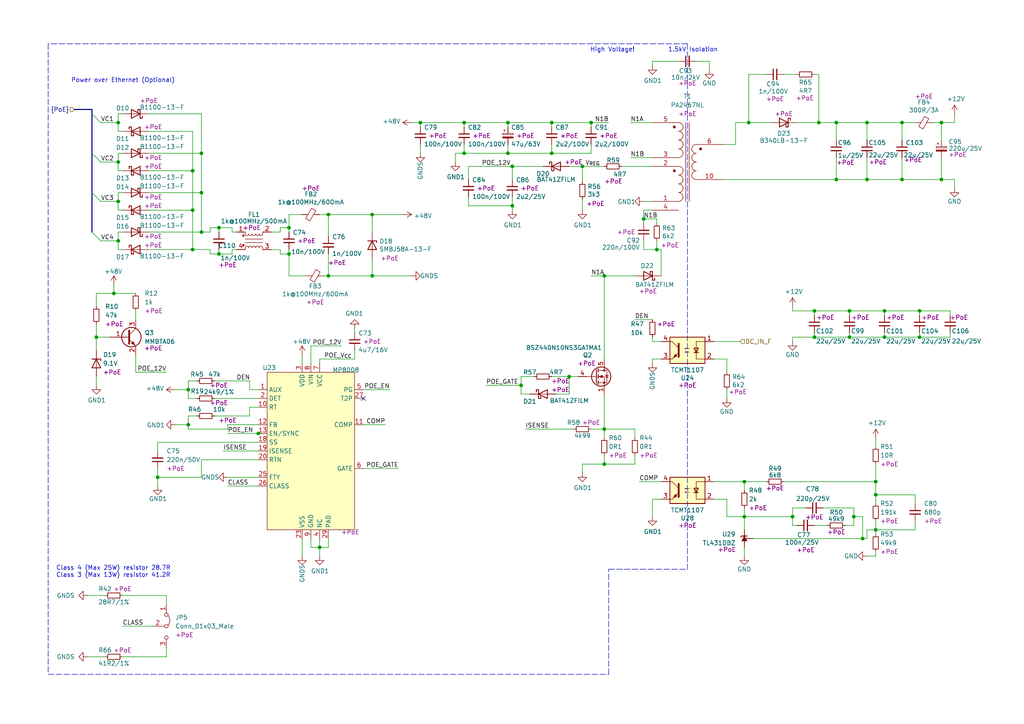
<source format=kicad_sch>
(kicad_sch (version 20211123) (generator eeschema)
  (paper "A4")
  (title_block (title "Power over Ethernet") (date "2022-01-10") (rev "1.1") (company "Nabu Casa") (comment 1 "www.nabucasa.com") (comment 2 "Yellow"))
  (junction (at 215.9 149.86) (diameter 0.9144))
  (junction (at 254 143.51) (diameter 0.9144))
  (junction (at 186.69 63.5))
  (junction (at 83.82 73.66) (diameter 0.9144))
  (junction (at 95.25 62.23) (diameter 0.9144))
  (junction (at 256.54 97.79) (diameter 0.9144))
  (junction (at 134.62 44.45) (diameter 0.9144))
  (junction (at 95.25 80.01) (diameter 0.9144))
  (junction (at 147.32 35.56) (diameter 0.9144))
  (junction (at 160.02 44.45) (diameter 0.9144))
  (junction (at 242.57 52.07) (diameter 0.9144))
  (junction (at 34.29 69.85) (diameter 0.9144))
  (junction (at 237.49 35.56) (diameter 0.9144))
  (junction (at 246.38 97.79) (diameter 0.9144))
  (junction (at 175.26 134.62) (diameter 0.9144))
  (junction (at 175.26 80.01) (diameter 0.9144))
  (junction (at 45.72 138.43) (diameter 0.9144))
  (junction (at 250.19 156.21))
  (junction (at 63.5 73.66) (diameter 0.9144))
  (junction (at 34.29 58.42) (diameter 0.9144))
  (junction (at 168.91 48.26) (diameter 0.9144))
  (junction (at 175.26 124.46) (diameter 0.9144))
  (junction (at 165.1 109.22) (diameter 0.9144))
  (junction (at 55.88 60.96) (diameter 0.9144))
  (junction (at 34.29 35.56) (diameter 0.9144))
  (junction (at 58.42 55.88) (diameter 0.9144))
  (junction (at 58.42 67.31) (diameter 0.9144))
  (junction (at 242.57 35.56) (diameter 0.9144))
  (junction (at 55.88 49.53) (diameter 0.9144))
  (junction (at 217.17 35.56) (diameter 0.9144))
  (junction (at 148.59 48.26) (diameter 0.9144))
  (junction (at 246.38 90.17) (diameter 0.9144))
  (junction (at 54.61 123.19) (diameter 0.9144))
  (junction (at 58.42 44.45) (diameter 0.9144))
  (junction (at 171.45 35.56) (diameter 0.9144))
  (junction (at 273.05 35.56) (diameter 0.9144))
  (junction (at 107.95 62.23) (diameter 0.9144))
  (junction (at 190.5 72.39) (diameter 0.9144))
  (junction (at 266.7 97.79) (diameter 0.9144))
  (junction (at 215.9 139.7) (diameter 0.9144))
  (junction (at 107.95 80.01) (diameter 0.9144))
  (junction (at 54.61 113.03) (diameter 0.9144))
  (junction (at 160.02 35.56) (diameter 0.9144))
  (junction (at 261.62 35.56) (diameter 0.9144))
  (junction (at 134.62 35.56) (diameter 0.9144))
  (junction (at 254 139.7) (diameter 0.9144))
  (junction (at 251.46 35.56) (diameter 0.9144))
  (junction (at 148.59 59.69) (diameter 0.9144))
  (junction (at 256.54 90.17) (diameter 0.9144))
  (junction (at 55.88 72.39) (diameter 0.9144))
  (junction (at 121.92 35.56) (diameter 0.9144))
  (junction (at 254 153.67) (diameter 0.9144))
  (junction (at 236.22 97.79) (diameter 0.9144))
  (junction (at 147.32 44.45) (diameter 0.9144))
  (junction (at 229.87 149.86) (diameter 0.9144))
  (junction (at 251.46 52.07) (diameter 0.9144))
  (junction (at 33.02 85.09) (diameter 0.9144))
  (junction (at 273.05 52.07) (diameter 0.9144))
  (junction (at 92.71 158.75) (diameter 0.9144))
  (junction (at 34.29 46.99) (diameter 0.9144))
  (junction (at 236.22 90.17) (diameter 0.9144))
  (junction (at 27.94 97.79) (diameter 0.9144))
  (junction (at 63.5 66.04) (diameter 0.9144))
  (junction (at 151.13 111.76) (diameter 0.9144))
  (junction (at 266.7 90.17) (diameter 0.9144))
  (junction (at 261.62 52.07) (diameter 0.9144))
  (junction (at 74.93 125.73))
  (junction (at 247.65 149.86))
  (junction (at 83.82 66.04) (diameter 0.9144))
  (no_connect (at 105.41 115.57))
  (bus_entry (at 26.67 33.02) (size 2.54 2.54) (stroke (width 0.1524)))
  (bus_entry (at 26.67 67.31) (size 2.54 2.54) (stroke (width 0.1524)))
  (bus_entry (at 26.67 44.45) (size 2.54 2.54) (stroke (width 0.1524)))
  (bus_entry (at 26.67 55.88) (size 2.54 2.54) (stroke (width 0.1524)))
  (wire (pts (xy 246.38 90.17) (xy 246.38 91.44)))
  (wire (pts (xy 229.87 149.86) (xy 229.87 152.4)))
  (polyline (pts (xy 13.97 12.7) (xy 13.97 195.58)) (stroke (width 0) (type dash)))
  (wire (pts (xy 35.56 181.61) (xy 44.45 181.61)))
  (wire (pts (xy 132.08 44.45) (xy 132.08 46.99)))
  (wire (pts (xy 215.9 139.7) (xy 215.9 142.24)))
  (wire (pts (xy 242.57 35.56) (xy 242.57 40.64)))
  (wire (pts (xy 161.29 114.3) (xy 165.1 114.3)))
  (wire (pts (xy 175.26 124.46) (xy 184.15 124.46)))
  (wire (pts (xy 184.15 124.46) (xy 184.15 127)))
  (wire (pts (xy 186.69 72.39) (xy 190.5 72.39)))
  (wire (pts (xy 190.5 72.39) (xy 190.5 69.85)))
  (wire (pts (xy 63.5 66.04) (xy 60.96 66.04)))
  (wire (pts (xy 67.31 66.04) (xy 63.5 66.04)))
  (wire (pts (xy 67.31 67.31) (xy 67.31 66.04)))
  (wire (pts (xy 68.58 67.31) (xy 67.31 67.31)))
  (wire (pts (xy 60.96 66.04) (xy 60.96 67.31)))
  (wire (pts (xy 63.5 72.39) (xy 63.5 73.66)))
  (wire (pts (xy 189.23 17.78) (xy 189.23 19.05)))
  (wire (pts (xy 196.85 17.78) (xy 189.23 17.78)))
  (wire (pts (xy 134.62 44.45) (xy 132.08 44.45)))
  (wire (pts (xy 58.42 133.35) (xy 58.42 138.43)))
  (wire (pts (xy 58.42 138.43) (xy 45.72 138.43)))
  (wire (pts (xy 74.93 133.35) (xy 58.42 133.35)))
  (wire (pts (xy 83.82 66.04) (xy 83.82 67.31)))
  (wire (pts (xy 83.82 62.23) (xy 83.82 66.04)))
  (wire (pts (xy 87.63 62.23) (xy 83.82 62.23)))
  (wire (pts (xy 87.63 102.87) (xy 87.63 105.41)))
  (wire (pts (xy 254 127) (xy 254 129.54)))
  (wire (pts (xy 63.5 66.04) (xy 63.5 67.31)))
  (wire (pts (xy 43.18 67.31) (xy 58.42 67.31)))
  (wire (pts (xy 231.14 35.56) (xy 237.49 35.56)))
  (bus (pts (xy 26.67 31.75) (xy 26.67 33.02)))
  (bus (pts (xy 26.67 33.02) (xy 26.67 44.45)))
  (bus (pts (xy 26.67 44.45) (xy 26.67 55.88)))
  (bus (pts (xy 26.67 55.88) (xy 26.67 67.31)))
  (wire (pts (xy 151.13 114.3) (xy 151.13 111.76)))
  (wire (pts (xy 58.42 44.45) (xy 58.42 55.88)))
  (wire (pts (xy 92.71 158.75) (xy 92.71 161.29)))
  (wire (pts (xy 29.21 35.56) (xy 34.29 35.56)))
  (wire (pts (xy 72.39 113.03) (xy 72.39 110.49)))
  (wire (pts (xy 74.93 113.03) (xy 72.39 113.03)))
  (wire (pts (xy 229.87 97.79) (xy 236.22 97.79)))
  (wire (pts (xy 54.61 124.46) (xy 66.04 124.46)))
  (wire (pts (xy 54.61 115.57) (xy 57.15 115.57)))
  (wire (pts (xy 107.95 74.93) (xy 107.95 80.01)))
  (wire (pts (xy 148.59 48.26) (xy 157.48 48.26)))
  (wire (pts (xy 58.42 55.88) (xy 58.42 67.31)))
  (wire (pts (xy 121.92 35.56) (xy 121.92 36.83)))
  (wire (pts (xy 256.54 96.52) (xy 256.54 97.79)))
  (wire (pts (xy 148.59 48.26) (xy 148.59 52.07)))
  (wire (pts (xy 78.74 67.31) (xy 81.28 67.31)))
  (wire (pts (xy 81.28 66.04) (xy 83.82 66.04)))
  (wire (pts (xy 81.28 67.31) (xy 81.28 66.04)))
  (wire (pts (xy 90.17 100.33) (xy 99.06 100.33)))
  (wire (pts (xy 165.1 109.22) (xy 160.02 109.22)))
  (wire (pts (xy 135.89 48.26) (xy 135.89 52.07)))
  (wire (pts (xy 88.9 80.01) (xy 83.82 80.01)))
  (wire (pts (xy 83.82 73.66) (xy 83.82 72.39)))
  (wire (pts (xy 83.82 80.01) (xy 83.82 73.66)))
  (wire (pts (xy 229.87 97.79) (xy 229.87 99.06)))
  (wire (pts (xy 152.4 124.46) (xy 166.37 124.46)))
  (wire (pts (xy 217.17 21.59) (xy 217.17 35.56)))
  (wire (pts (xy 266.7 96.52) (xy 266.7 97.79)))
  (wire (pts (xy 58.42 33.02) (xy 58.42 44.45)))
  (wire (pts (xy 25.4 190.5) (xy 30.48 190.5)))
  (wire (pts (xy 275.59 96.52) (xy 275.59 97.79)))
  (wire (pts (xy 254 160.02) (xy 254 161.29)))
  (wire (pts (xy 254 161.29) (xy 251.46 161.29)))
  (wire (pts (xy 236.22 90.17) (xy 246.38 90.17)))
  (wire (pts (xy 215.9 149.86) (xy 229.87 149.86)))
  (wire (pts (xy 191.77 72.39) (xy 190.5 72.39)))
  (wire (pts (xy 191.77 80.01) (xy 191.77 72.39)))
  (wire (pts (xy 74.93 128.27) (xy 45.72 128.27)))
  (wire (pts (xy 45.72 128.27) (xy 45.72 130.81)))
  (wire (pts (xy 189.23 104.14) (xy 189.23 105.41)))
  (wire (pts (xy 66.04 138.43) (xy 74.93 138.43)))
  (wire (pts (xy 66.04 140.97) (xy 74.93 140.97)))
  (polyline (pts (xy 13.97 195.58) (xy 176.53 195.58)) (stroke (width 0) (type dash)))
  (wire (pts (xy 34.29 44.45) (xy 34.29 46.99)))
  (wire (pts (xy 245.11 152.4) (xy 247.65 152.4)))
  (wire (pts (xy 238.76 147.32) (xy 247.65 147.32)))
  (wire (pts (xy 247.65 149.86) (xy 247.65 147.32)))
  (wire (pts (xy 247.65 152.4) (xy 247.65 149.86)))
  (wire (pts (xy 168.91 48.26) (xy 175.26 48.26)))
  (wire (pts (xy 165.1 48.26) (xy 168.91 48.26)))
  (wire (pts (xy 236.22 90.17) (xy 236.22 91.44)))
  (wire (pts (xy 254 139.7) (xy 254 143.51)))
  (wire (pts (xy 254 134.62) (xy 254 139.7)))
  (wire (pts (xy 254 143.51) (xy 254 146.05)))
  (wire (pts (xy 191.77 104.14) (xy 189.23 104.14)))
  (wire (pts (xy 95.25 62.23) (xy 95.25 68.58)))
  (wire (pts (xy 276.86 52.07) (xy 276.86 54.61)))
  (wire (pts (xy 215.9 158.75) (xy 215.9 161.29)))
  (wire (pts (xy 261.62 45.72) (xy 261.62 52.07)))
  (wire (pts (xy 210.82 113.03) (xy 210.82 115.57)))
  (wire (pts (xy 72.39 120.65) (xy 72.39 118.11)))
  (wire (pts (xy 62.23 120.65) (xy 72.39 120.65)))
  (wire (pts (xy 270.51 35.56) (xy 273.05 35.56)))
  (wire (pts (xy 48.26 172.72) (xy 48.26 175.26)))
  (wire (pts (xy 246.38 90.17) (xy 256.54 90.17)))
  (wire (pts (xy 227.33 139.7) (xy 254 139.7)))
  (wire (pts (xy 107.95 62.23) (xy 116.84 62.23)))
  (wire (pts (xy 55.88 72.39) (xy 60.96 72.39)))
  (wire (pts (xy 50.8 123.19) (xy 54.61 123.19)))
  (wire (pts (xy 266.7 97.79) (xy 275.59 97.79)))
  (polyline (pts (xy 176.53 195.58) (xy 176.53 165.1)) (stroke (width 0) (type dash)))
  (wire (pts (xy 254 153.67) (xy 254 154.94)))
  (wire (pts (xy 254 151.13) (xy 254 153.67)))
  (wire (pts (xy 151.13 111.76) (xy 151.13 109.22)))
  (wire (pts (xy 55.88 60.96) (xy 55.88 72.39)))
  (wire (pts (xy 34.29 60.96) (xy 34.29 58.42)))
  (wire (pts (xy 35.56 38.1) (xy 34.29 38.1)))
  (wire (pts (xy 205.74 17.78) (xy 201.93 17.78)))
  (wire (pts (xy 205.74 20.32) (xy 205.74 17.78)))
  (wire (pts (xy 43.18 49.53) (xy 55.88 49.53)))
  (wire (pts (xy 237.49 35.56) (xy 242.57 35.56)))
  (wire (pts (xy 134.62 41.91) (xy 134.62 44.45)))
  (wire (pts (xy 151.13 109.22) (xy 154.94 109.22)))
  (wire (pts (xy 95.25 158.75) (xy 92.71 158.75)))
  (wire (pts (xy 95.25 156.21) (xy 95.25 158.75)))
  (wire (pts (xy 189.23 144.78) (xy 189.23 149.86)))
  (wire (pts (xy 191.77 144.78) (xy 189.23 144.78)))
  (wire (pts (xy 242.57 52.07) (xy 251.46 52.07)))
  (wire (pts (xy 251.46 52.07) (xy 261.62 52.07)))
  (wire (pts (xy 261.62 52.07) (xy 273.05 52.07)))
  (wire (pts (xy 209.55 52.07) (xy 242.57 52.07)))
  (wire (pts (xy 55.88 49.53) (xy 55.88 60.96)))
  (wire (pts (xy 175.26 132.08) (xy 175.26 134.62)))
  (wire (pts (xy 39.37 102.87) (xy 39.37 107.95)))
  (wire (pts (xy 275.59 90.17) (xy 275.59 91.44)))
  (wire (pts (xy 105.41 113.03) (xy 113.03 113.03)))
  (wire (pts (xy 134.62 35.56) (xy 147.32 35.56)))
  (wire (pts (xy 34.29 72.39) (xy 34.29 69.85)))
  (wire (pts (xy 207.01 99.06) (xy 214.63 99.06)))
  (wire (pts (xy 29.21 69.85) (xy 34.29 69.85)))
  (wire (pts (xy 153.67 114.3) (xy 151.13 114.3)))
  (wire (pts (xy 33.02 82.55) (xy 33.02 85.09)))
  (wire (pts (xy 27.94 97.79) (xy 27.94 101.6)))
  (wire (pts (xy 31.75 97.79) (xy 27.94 97.79)))
  (wire (pts (xy 134.62 35.56) (xy 134.62 36.83)))
  (wire (pts (xy 34.29 67.31) (xy 34.29 69.85)))
  (wire (pts (xy 147.32 35.56) (xy 147.32 36.83)))
  (wire (pts (xy 182.88 45.72) (xy 189.23 45.72)))
  (wire (pts (xy 209.55 41.91) (xy 213.36 41.91)))
  (wire (pts (xy 213.36 35.56) (xy 217.17 35.56)))
  (wire (pts (xy 213.36 41.91) (xy 213.36 35.56)))
  (wire (pts (xy 43.18 55.88) (xy 58.42 55.88)))
  (polyline (pts (xy 199.39 12.7) (xy 199.39 165.1)) (stroke (width 0) (type dash)))
  (wire (pts (xy 250.19 156.21) (xy 251.46 156.21)))
  (wire (pts (xy 218.44 156.21) (xy 250.19 156.21)))
  (wire (pts (xy 160.02 41.91) (xy 160.02 44.45)))
  (wire (pts (xy 229.87 90.17) (xy 229.87 88.9)))
  (wire (pts (xy 95.25 62.23) (xy 107.95 62.23)))
  (wire (pts (xy 58.42 67.31) (xy 60.96 67.31)))
  (polyline (pts (xy 176.53 165.1) (xy 199.39 165.1)) (stroke (width 0) (type dash)))
  (wire (pts (xy 90.17 105.41) (xy 90.17 100.33)))
  (wire (pts (xy 29.21 46.99) (xy 34.29 46.99)))
  (wire (pts (xy 148.59 57.15) (xy 148.59 59.69)))
  (wire (pts (xy 62.23 110.49) (xy 72.39 110.49)))
  (wire (pts (xy 72.39 118.11) (xy 74.93 118.11)))
  (wire (pts (xy 105.41 123.19) (xy 111.76 123.19)))
  (polyline (pts (xy 199.39 12.7) (xy 13.97 12.7)) (stroke (width 0) (type dash)))
  (wire (pts (xy 215.9 149.86) (xy 215.9 153.67)))
  (wire (pts (xy 227.33 21.59) (xy 231.14 21.59)))
  (wire (pts (xy 186.69 69.85) (xy 186.69 72.39)))
  (wire (pts (xy 35.56 55.88) (xy 34.29 55.88)))
  (wire (pts (xy 265.43 153.67) (xy 265.43 151.13)))
  (wire (pts (xy 250.19 149.86) (xy 250.19 156.21)))
  (wire (pts (xy 247.65 149.86) (xy 250.19 149.86)))
  (wire (pts (xy 43.18 33.02) (xy 58.42 33.02)))
  (wire (pts (xy 119.38 35.56) (xy 121.92 35.56)))
  (wire (pts (xy 35.56 33.02) (xy 34.29 33.02)))
  (wire (pts (xy 165.1 114.3) (xy 165.1 109.22)))
  (wire (pts (xy 251.46 35.56) (xy 261.62 35.56)))
  (wire (pts (xy 261.62 35.56) (xy 265.43 35.56)))
  (wire (pts (xy 242.57 35.56) (xy 251.46 35.56)))
  (wire (pts (xy 140.97 111.76) (xy 151.13 111.76)))
  (wire (pts (xy 34.29 49.53) (xy 34.29 46.99)))
  (wire (pts (xy 171.45 35.56) (xy 171.45 36.83)))
  (wire (pts (xy 62.23 115.57) (xy 74.93 115.57)))
  (wire (pts (xy 266.7 90.17) (xy 275.59 90.17)))
  (wire (pts (xy 207.01 104.14) (xy 210.82 104.14)))
  (wire (pts (xy 168.91 134.62) (xy 168.91 137.16)))
  (wire (pts (xy 43.18 44.45) (xy 58.42 44.45)))
  (wire (pts (xy 102.87 104.14) (xy 102.87 101.6)))
  (wire (pts (xy 215.9 147.32) (xy 215.9 149.86)))
  (wire (pts (xy 87.63 156.21) (xy 87.63 161.29)))
  (wire (pts (xy 236.22 96.52) (xy 236.22 97.79)))
  (wire (pts (xy 27.94 109.22) (xy 27.94 111.76)))
  (wire (pts (xy 34.29 55.88) (xy 34.29 58.42)))
  (wire (pts (xy 147.32 35.56) (xy 160.02 35.56)))
  (wire (pts (xy 35.56 49.53) (xy 34.29 49.53)))
  (wire (pts (xy 54.61 120.65) (xy 54.61 123.19)))
  (wire (pts (xy 57.15 120.65) (xy 54.61 120.65)))
  (wire (pts (xy 54.61 123.19) (xy 54.61 124.46)))
  (wire (pts (xy 237.49 21.59) (xy 237.49 35.56)))
  (wire (pts (xy 265.43 143.51) (xy 265.43 146.05)))
  (wire (pts (xy 254 143.51) (xy 265.43 143.51)))
  (wire (pts (xy 186.69 58.42) (xy 189.23 58.42)))
  (wire (pts (xy 222.25 21.59) (xy 217.17 21.59)))
  (wire (pts (xy 182.88 35.56) (xy 189.23 35.56)))
  (wire (pts (xy 43.18 72.39) (xy 55.88 72.39)))
  (wire (pts (xy 135.89 57.15) (xy 135.89 59.69)))
  (wire (pts (xy 134.62 44.45) (xy 147.32 44.45)))
  (wire (pts (xy 121.92 41.91) (xy 121.92 44.45)))
  (wire (pts (xy 39.37 90.17) (xy 39.37 92.71)))
  (wire (pts (xy 105.41 135.89) (xy 115.57 135.89)))
  (wire (pts (xy 95.25 73.66) (xy 95.25 80.01)))
  (wire (pts (xy 95.25 80.01) (xy 107.95 80.01)))
  (wire (pts (xy 107.95 80.01) (xy 119.38 80.01)))
  (wire (pts (xy 93.98 80.01) (xy 95.25 80.01)))
  (wire (pts (xy 273.05 35.56) (xy 276.86 35.56)))
  (wire (pts (xy 276.86 35.56) (xy 276.86 33.02)))
  (wire (pts (xy 78.74 72.39) (xy 81.28 72.39)))
  (wire (pts (xy 81.28 72.39) (xy 81.28 73.66)))
  (wire (pts (xy 81.28 73.66) (xy 83.82 73.66)))
  (wire (pts (xy 66.04 123.19) (xy 74.93 123.19)))
  (wire (pts (xy 66.04 124.46) (xy 66.04 123.19)))
  (wire (pts (xy 29.21 58.42) (xy 34.29 58.42)))
  (wire (pts (xy 207.01 139.7) (xy 215.9 139.7)))
  (wire (pts (xy 215.9 139.7) (xy 222.25 139.7)))
  (wire (pts (xy 175.26 80.01) (xy 175.26 104.14)))
  (wire (pts (xy 168.91 134.62) (xy 175.26 134.62)))
  (wire (pts (xy 43.18 60.96) (xy 55.88 60.96)))
  (wire (pts (xy 34.29 33.02) (xy 34.29 35.56)))
  (wire (pts (xy 189.23 60.96) (xy 186.69 60.96)))
  (wire (pts (xy 251.46 45.72) (xy 251.46 52.07)))
  (wire (pts (xy 168.91 48.26) (xy 168.91 52.705)))
  (wire (pts (xy 25.4 172.72) (xy 30.48 172.72)))
  (wire (pts (xy 35.56 72.39) (xy 34.29 72.39)))
  (wire (pts (xy 273.05 45.72) (xy 273.05 52.07)))
  (wire (pts (xy 60.96 72.39) (xy 60.96 73.66)))
  (wire (pts (xy 60.96 73.66) (xy 63.5 73.66)))
  (wire (pts (xy 63.5 73.66) (xy 67.31 73.66)))
  (wire (pts (xy 67.31 73.66) (xy 67.31 72.39)))
  (wire (pts (xy 67.31 72.39) (xy 68.58 72.39)))
  (wire (pts (xy 54.61 110.49) (xy 57.15 110.49)))
  (wire (pts (xy 76.2 125.73) (xy 74.93 125.73)))
  (wire (pts (xy 45.72 135.89) (xy 45.72 138.43)))
  (wire (pts (xy 236.22 21.59) (xy 237.49 21.59)))
  (wire (pts (xy 210.82 144.78) (xy 210.82 149.86)))
  (wire (pts (xy 210.82 149.86) (xy 215.9 149.86)))
  (wire (pts (xy 207.01 144.78) (xy 210.82 144.78)))
  (wire (pts (xy 27.94 85.09) (xy 27.94 88.9)))
  (wire (pts (xy 33.02 85.09) (xy 27.94 85.09)))
  (wire (pts (xy 39.37 85.09) (xy 33.02 85.09)))
  (wire (pts (xy 256.54 90.17) (xy 266.7 90.17)))
  (wire (pts (xy 48.26 187.96) (xy 48.26 190.5)))
  (wire (pts (xy 246.38 97.79) (xy 256.54 97.79)))
  (wire (pts (xy 185.42 139.7) (xy 191.77 139.7)))
  (wire (pts (xy 160.02 35.56) (xy 160.02 36.83)))
  (wire (pts (xy 171.45 35.56) (xy 176.53 35.56)))
  (wire (pts (xy 35.56 190.5) (xy 48.26 190.5)))
  (wire (pts (xy 175.26 134.62) (xy 184.15 134.62)))
  (wire (pts (xy 184.15 132.08) (xy 184.15 134.62)))
  (wire (pts (xy 175.26 124.46) (xy 175.26 127)))
  (wire (pts (xy 160.02 35.56) (xy 171.45 35.56)))
  (wire (pts (xy 160.02 44.45) (xy 171.45 44.45)))
  (wire (pts (xy 186.69 60.96) (xy 186.69 63.5)))
  (wire (pts (xy 251.46 153.67) (xy 251.46 156.21)))
  (wire (pts (xy 254 153.67) (xy 251.46 153.67)))
  (wire (pts (xy 189.23 99.06) (xy 191.77 99.06)))
  (wire (pts (xy 189.23 97.79) (xy 189.23 99.06)))
  (wire (pts (xy 27.94 93.98) (xy 27.94 97.79)))
  (wire (pts (xy 256.54 90.17) (xy 256.54 91.44)))
  (wire (pts (xy 273.05 35.56) (xy 273.05 40.64)))
  (wire (pts (xy 229.87 152.4) (xy 231.14 152.4)))
  (wire (pts (xy 242.57 45.72) (xy 242.57 52.07)))
  (wire (pts (xy 246.38 96.52) (xy 246.38 97.79)))
  (wire (pts (xy 147.32 41.91) (xy 147.32 44.45)))
  (wire (pts (xy 229.87 147.32) (xy 229.87 149.86)))
  (wire (pts (xy 233.68 147.32) (xy 229.87 147.32)))
  (wire (pts (xy 34.29 38.1) (xy 34.29 35.56)))
  (wire (pts (xy 171.45 80.01) (xy 175.26 80.01)))
  (wire (pts (xy 175.26 80.01) (xy 184.15 80.01)))
  (wire (pts (xy 35.56 67.31) (xy 34.29 67.31)))
  (wire (pts (xy 236.22 97.79) (xy 246.38 97.79)))
  (wire (pts (xy 107.95 67.31) (xy 107.95 62.23)))
  (wire (pts (xy 135.89 48.26) (xy 148.59 48.26)))
  (wire (pts (xy 254 153.67) (xy 265.43 153.67)))
  (wire (pts (xy 90.17 156.21) (xy 90.17 158.75)))
  (wire (pts (xy 90.17 158.75) (xy 92.71 158.75)))
  (wire (pts (xy 92.71 158.75) (xy 92.71 156.21)))
  (wire (pts (xy 236.22 152.4) (xy 240.03 152.4)))
  (wire (pts (xy 168.91 60.96) (xy 168.91 57.785)))
  (wire (pts (xy 171.45 41.91) (xy 171.45 44.45)))
  (wire (pts (xy 50.8 113.03) (xy 54.61 113.03)))
  (wire (pts (xy 229.87 90.17) (xy 236.22 90.17)))
  (wire (pts (xy 55.88 38.1) (xy 55.88 49.53)))
  (wire (pts (xy 184.15 92.71) (xy 189.23 92.71)))
  (wire (pts (xy 121.92 35.56) (xy 134.62 35.56)))
  (bus (pts (xy 21.59 31.75) (xy 26.67 31.75)))
  (wire (pts (xy 210.82 104.14) (xy 210.82 107.95)))
  (wire (pts (xy 217.17 35.56) (xy 223.52 35.56)))
  (wire (pts (xy 175.26 114.3) (xy 175.26 124.46)))
  (wire (pts (xy 135.89 59.69) (xy 148.59 59.69)))
  (wire (pts (xy 35.56 44.45) (xy 34.29 44.45)))
  (wire (pts (xy 266.7 90.17) (xy 266.7 91.44)))
  (wire (pts (xy 39.37 107.95) (xy 48.26 107.95)))
  (wire (pts (xy 273.05 52.07) (xy 276.86 52.07)))
  (wire (pts (xy 92.71 104.14) (xy 102.87 104.14)))
  (wire (pts (xy 92.71 105.41) (xy 92.71 104.14)))
  (wire (pts (xy 92.71 62.23) (xy 95.25 62.23)))
  (wire (pts (xy 171.45 124.46) (xy 175.26 124.46)))
  (wire (pts (xy 54.61 113.03) (xy 54.61 115.57)))
  (wire (pts (xy 54.61 110.49) (xy 54.61 113.03)))
  (wire (pts (xy 256.54 97.79) (xy 266.7 97.79)))
  (wire (pts (xy 35.56 172.72) (xy 48.26 172.72)))
  (wire (pts (xy 35.56 60.96) (xy 34.29 60.96)))
  (wire (pts (xy 165.1 109.22) (xy 167.64 109.22)))
  (wire (pts (xy 148.59 59.69) (xy 148.59 60.96)))
  (wire (pts (xy 251.46 35.56) (xy 251.46 40.64)))
  (wire (pts (xy 261.62 35.56) (xy 261.62 40.64)))
  (wire (pts (xy 147.32 44.45) (xy 160.02 44.45)))
  (wire (pts (xy 45.72 140.97) (xy 45.72 138.43)))
  (wire (pts (xy 180.34 48.26) (xy 189.23 48.26)))
  (wire (pts (xy 64.77 130.81) (xy 74.93 130.81)))
  (wire (pts (xy 66.04 125.73) (xy 74.93 125.73)))
  (wire (pts (xy 43.18 38.1) (xy 55.88 38.1)))
  (wire (pts (xy 190.5 63.5) (xy 186.69 63.5)))
  (wire (pts (xy 190.5 64.77) (xy 190.5 63.5)))
  (wire (pts (xy 186.69 63.5) (xy 186.69 64.77)))
  (wire (pts (xy 102.87 95.25) (xy 102.87 96.52)))
  (text "Class 4 (Max 25W) resistor 28.7R\nClass 3 (Max 13W) resistor 41.2R" (at 49.53 167.64 0) (effects (font (size 1.27 1.27)) (justify right bottom)))
  (text "Power over Ethernet (Optional)" (at 50.8 24.13 180) (effects (font (size 1.27 1.27)) (justify right bottom)))
  (text "High Voltage!" (at 184.15 15.24 180) (effects (font (size 1.27 1.27)) (justify right bottom)))
  (text "1.5kV Isolation" (at 208.28 15.24 180) (effects (font (size 1.27 1.27)) (justify right bottom)))
  (label "VC2" (at 33.02 46.99 180))
  (label "VC1" (at 33.02 35.56 180))
  (label "CLASS" (at 66.04 140.97 0))
  (label "POE_12V" (at 99.06 100.33 180))
  (label "POE_GATE" (at 115.57 135.89 180))
  (label "POE_EN" (at 66.04 125.73 0))
  (label "DEN" (at 184.15 92.71 0))
  (label "CLASS" (at 35.56 181.61 0))
  (label "N1B" (at 186.69 63.5 0))
  (label "COMP" (at 185.42 139.7 0))
  (label "COMP" (at 111.76 123.19 180))
  (label "POE_EN" (at 113.03 113.03 180))
  (label "V_{REG}" (at 173.99 48.26 180))
  (label "POE_12V" (at 48.26 107.95 180))
  (label "VC3" (at 33.02 58.42 180))
  (label "N1B" (at 176.53 35.56 180))
  (label "DEN" (at 68.58 110.49 0))
  (label "N1B" (at 182.88 45.72 0))
  (label "POE_12V" (at 139.7 48.26 0))
  (label "N1A" (at 171.45 80.01 0))
  (label "ISENSE" (at 152.4 124.46 0))
  (label "POE_V_{CC}" (at 93.98 104.14 0))
  (label "POE_GATE" (at 140.97 111.76 0))
  (label "ISENSE" (at 64.77 130.81 0))
  (label "N1A" (at 182.88 35.56 0))
  (label "VC4" (at 33.02 69.85 180))
  (hierarchical_label "{PoE}" (shape input) (at 21.59 31.75 180))
  (hierarchical_label "DC_IN_F" (shape input) (at 214.63 99.06 0))
  (symbol (lib_id "Device:D_Schottky") (at 39.37 67.31 180) (unit 1)
    (property "Reference" "D16" (at 35.56 65.6398 0))
    (property "Value" "B1100-13-F" (at 46.99 65.398 0))
    (property "Footprint" "Diode_SMD:D_SMA" (effects hide))
    (property "Config" "+PoE" (at 44.45 68.58 0))
    (property "Manufacturer" "Diodes Incorporated" (effects hide))
    (property "PartNumber" "B1100-13-F" (effects hide))
  )
  (symbol (lib_id "power:GND1") (at 27.94 111.76 0) (unit 1)
    (property "Reference" "#PWR062" (effects hide))
    (property "Value" "GND1" (at 28.0543 116.0844 0))
  )
  (symbol (lib_id "power:GNDS") (at 87.63 161.29 0) (unit 1)
    (property "Reference" "#PWR070" (effects hide))
    (property "Value" "GNDS" (at 87.63 166.37 90))
  )
  (symbol (lib_id "power:GND") (at 210.82 115.57 0) (unit 1)
    (property "Reference" "#PWR0183" (effects hide))
    (property "Value" "GND" (at 212.8393 119.3801 0) (effects (justify right)))
  )
  (symbol (lib_id "Device:R_Small") (at 233.68 21.59 90) (unit 1)
    (property "Reference" "R65" (at 235.5786 23.9013 90) (effects (justify left)))
    (property "Value" "4R7" (at 235.591 26.314 90) (effects (justify left)))
    (property "Footprint" "Resistor_SMD:R_0805_2012Metric" (effects hide))
    (property "Config" "+PoE" (at 233.426 28.448 90))
  )
  (symbol (lib_id "power:GND1") (at 189.23 19.05 0) (unit 1)
    (property "Reference" "#PWR0179" (effects hide))
    (property "Value" "GND1" (at 189.3443 23.3744 0))
  )
  (symbol (lib_id "Device:R_Small") (at 59.69 110.49 90) (unit 1)
    (property "Reference" "R45" (at 57.15 108.585 90))
    (property "Value" "47k" (at 62.23 108.585 90))
    (property "Footprint" "Resistor_SMD:R_0402_1005Metric" (effects hide))
    (property "Config" "+PoE" (at 63.5 111.76 90))
  )
  (symbol (lib_id "Device:C_Small") (at 275.59 93.98 0) (unit 1)
    (property "Reference" "C106" (at 276.0092 96.0056 0) (effects (justify left)))
    (property "Value" "22u/25V" (at 276.009 98.939 0) (effects (justify left)))
    (property "Footprint" "Capacitor_SMD:C_0805_2012Metric" (effects hide))
    (property "Config" "+PoE" (at 278.13 92.075 0))
  )
  (symbol (lib_id "power:GND") (at 251.46 161.29 270) (unit 1)
    (property "Reference" "#PWR0159" (effects hide))
    (property "Value" "GND" (at 248.92 161.29 90) (effects (justify right)))
  )
  (symbol (lib_id "Device:D_Zener") (at 107.95 71.12 270) (unit 1)
    (property "Reference" "D18" (at 109.9821 69.9706 90) (effects (justify left)))
    (property "Value" "SMBJ58A-13-F" (at 109.982 72.269 90) (effects (justify left)))
    (property "Footprint" "Diode_SMD:D_SMB" (effects hide))
    (property "Datasheet" "https://www.diodes.com/assets/Datasheets/ds19002.pdf" (effects hide))
    (property "Config" "+PoE" (at 113.03 74.93 90))
    (property "Manufacturer" "Diodes Incorporated" (effects hide))
    (property "PartNumber" "SMBJ58A-13-F" (effects hide))
  )
  (symbol (lib_id "Device:R_Small") (at 242.57 152.4 270) (unit 1)
    (property "Reference" "R50" (at 242.57 148.59 90))
    (property "Value" "49k9" (at 242.57 150.495 90))
    (property "Footprint" "Resistor_SMD:R_0402_1005Metric" (effects hide))
    (property "Config" "+PoE" (at 242.57 154.305 90))
  )
  (symbol (lib_id "Device:C_Small") (at 160.02 39.37 0) (unit 1)
    (property "Reference" "C87" (at 161.0742 36.9506 0) (effects (justify left)))
    (property "Value" "2u2/100V" (at 161.074 41.789 0) (effects (justify left)))
    (property "Footprint" "Capacitor_SMD:C_1206_3216Metric" (effects hide))
    (property "Config" "+PoE" (at 165.1 39.37 0))
  )
  (symbol (lib_id "Device:R_Small") (at 175.26 129.54 0) (unit 1)
    (property "Reference" "R60" (at 176.53 126.9999 0) (effects (justify left)))
    (property "Value" "0R1" (at 176.53 129.5399 0) (effects (justify left)))
    (property "Footprint" "Resistor_SMD:R_0805_2012Metric" (effects hide))
    (property "Config" "+PoE" (at 176.53 132.0799 0) (effects (justify left)))
    (property "Characteristics" "0.1 Watt" (effects hide))
  )
  (symbol (lib_id "power:GNDS") (at 189.23 105.41 0) (unit 1)
    (property "Reference" "#PWR077" (effects hide))
    (property "Value" "GNDS" (at 189.23 110.49 90))
  )
  (symbol (lib_id "Device:C_Small") (at 242.57 43.18 0) (unit 1)
    (property "Reference" "C96" (at 242.9892 41.3956 0) (effects (justify left)))
    (property "Value" "1u/25V" (at 242.989 45.091 0) (effects (justify left)))
    (property "Footprint" "Capacitor_SMD:C_0402_1005Metric" (effects hide))
    (property "Config" "+PoE" (at 245.237 47.117 0))
  )
  (symbol (lib_id "Device:R_Small") (at 254 157.48 180) (unit 1)
    (property "Reference" "R53" (at 255.27 154.9399 0) (effects (justify right)))
    (property "Value" "49k9" (at 255.27 157.4799 0) (effects (justify right)))
    (property "Footprint" "Resistor_SMD:R_0402_1005Metric" (effects hide))
    (property "Config" "+PoE" (at 255.27 160.0199 0) (effects (justify right)))
  )
  (symbol (lib_id "power:GND1") (at 168.91 60.96 0) (unit 1)
    (property "Reference" "#PWR0177" (effects hide))
    (property "Value" "GND1" (at 169.0243 65.2844 0))
  )
  (symbol (lib_id "Device:C_Small") (at 45.72 133.35 180) (unit 1)
    (property "Reference" "C75" (at 48.26 130.8099 0) (effects (justify right)))
    (property "Value" "220n/50V" (at 48.26 133.3499 0) (effects (justify right)))
    (property "Footprint" "Capacitor_SMD:C_0805_2012Metric" (effects hide))
    (property "Config" "+PoE" (at 48.26 135.8899 0) (effects (justify right)))
  )
  (symbol (lib_id "power:GND1") (at 92.71 161.29 0) (unit 1)
    (property "Reference" "#PWR0166" (effects hide))
    (property "Value" "GND1" (at 92.8243 165.6144 0))
  )
  (symbol (lib_id "Device:C_Small") (at 236.22 93.98 0) (unit 1)
    (property "Reference" "C102" (at 236.6392 96.0056 0) (effects (justify left)))
    (property "Value" "22u/25V" (at 236.639 98.939 0) (effects (justify left)))
    (property "Footprint" "Capacitor_SMD:C_0805_2012Metric" (effects hide))
    (property "Config" "+PoE" (at 239.395 92.075 0))
  )
  (symbol (lib_id "power:GND1") (at 132.08 46.99 0) (unit 1)
    (property "Reference" "#PWR0173" (effects hide))
    (property "Value" "GND1" (at 132.1943 51.3144 0))
  )
  (symbol (lib_id "Device:R_Small") (at 190.5 67.31 0) (unit 1)
    (property "Reference" "R63" (at 191.9987 66.1606 0) (effects (justify left)))
    (property "Value" "6k2" (at 191.999 68.459 0) (effects (justify left)))
    (property "Footprint" "Resistor_SMD:R_0805_2012Metric" (effects hide))
    (property "Config" "+PoE" (at 194.31 71.12 0))
  )
  (symbol (lib_id "Device:C_Small") (at 266.7 93.98 0) (unit 1)
    (property "Reference" "C104" (at 267.1192 96.0056 0) (effects (justify left)))
    (property "Value" "22u/25V" (at 267.119 98.939 0) (effects (justify left)))
    (property "Footprint" "Capacitor_SMD:C_0805_2012Metric" (effects hide))
    (property "Config" "+PoE" (at 269.875 92.075 0))
  )
  (symbol (lib_id "power:+48V") (at 116.84 62.23 270) (unit 1)
    (property "Reference" "#PWR0165" (effects hide))
    (property "Value" "+48V" (at 120.0151 62.5983 90) (effects (justify left)))
  )
  (symbol (lib_id "Device:D_Schottky") (at 39.37 38.1 0) (unit 1)
    (property "Reference" "D11" (at 35.56 40.2398 0))
    (property "Value" "B1100-13-F" (at 46.99 39.998 0))
    (property "Footprint" "Diode_SMD:D_SMA" (effects hide))
    (property "Config" "+PoE" (at 44.45 36.83 0))
    (property "Manufacturer" "Diodes Incorporated" (effects hide))
    (property "PartNumber" "B1100-13-F" (effects hide))
  )
  (symbol (lib_id "Device:R_Small") (at 157.48 109.22 90) (unit 1)
    (property "Reference" "R57" (at 153.67 107.95 90))
    (property "Value" "4R7" (at 161.29 107.95 90))
    (property "Footprint" "Resistor_SMD:R_0805_2012Metric" (effects hide))
    (property "Config" "+PoE" (at 162.56 110.49 90))
  )
  (symbol (lib_id "Device:R_Small") (at 33.02 190.5 90) (unit 1)
    (property "Reference" "R66" (at 30.48 188.595 90))
    (property "Value" "41R2/1%" (at 33.02 192.405 90))
    (property "Footprint" "Resistor_SMD:R_0402_1005Metric" (effects hide))
    (property "Config" "+PoE" (at 35.56 188.595 90))
  )
  (symbol (lib_id "power:+48V") (at 119.38 35.56 90) (unit 1)
    (property "Reference" "#PWR0169" (effects hide))
    (property "Value" "+48V" (at 116.2049 35.1917 90) (effects (justify left)))
  )
  (symbol (lib_id "Device:C_Small") (at 265.43 148.59 180) (unit 1)
    (property "Reference" "C80" (at 267.97 146.0499 0) (effects (justify right)))
    (property "Value" "680p" (at 267.97 148.5899 0) (effects (justify right)))
    (property "Footprint" "Capacitor_SMD:C_0402_1005Metric" (effects hide))
    (property "Config" "+PoE" (at 267.97 151.1299 0) (effects (justify right)))
  )
  (symbol (lib_id "Device:C_Small") (at 199.39 17.78 90) (unit 1)
    (property "Reference" "C93" (at 200.7806 20.5358 90) (effects (justify left)))
    (property "Value" "10n/2kV" (at 203.079 22.441 90) (effects (justify left)))
    (property "Footprint" "Capacitor_SMD:C_1812_4532Metric" (effects hide))
    (property "Config" "+PoE" (at 199.39 24.13 90))
  )
  (symbol (lib_id "power:+48V") (at 87.63 102.87 0) (unit 1)
    (property "Reference" "#PWR0164" (effects hide))
    (property "Value" "+48V" (at 84.8233 99.0599 0) (effects (justify left)))
  )
  (symbol (lib_id "power:+12V") (at 254 127 0) (unit 1)
    (property "Reference" "#PWR0160" (effects hide))
    (property "Value" "+12V" (at 254.3683 122.6756 0))
  )
  (symbol (lib_id "Device:Ferrite_Bead_Small") (at 90.17 62.23 90) (unit 1)
    (property "Reference" "FB2" (at 90.17 56.318 90))
    (property "Value" "1k@100MHz/600mA" (at 90.17 58.617 90))
    (property "Footprint" "Resistor_SMD:R_0805_2012Metric" (effects hide))
    (property "Config" "+PoE" (at 90.17 54.61 90))
    (property "Manufacturer" "Würth Elektronik" (effects hide))
    (property "PartNumber" "742792031" (effects hide))
  )
  (symbol (lib_id "Device:R_Small") (at 168.91 55.245 0) (unit 1)
    (property "Reference" "R56" (at 170.4087 54.0956 0) (effects (justify left)))
    (property "Value" "3k3" (at 170.409 56.394 0) (effects (justify left)))
    (property "Footprint" "Resistor_SMD:R_0402_1005Metric" (effects hide))
    (property "Config" "+PoE" (at 172.72 59.055 0))
  )
  (symbol (lib_id "power:+12V") (at 276.86 33.02 0) (unit 1)
    (property "Reference" "#PWR0188" (effects hide))
    (property "Value" "+12V" (at 277.2283 28.6956 0))
  )
  (symbol (lib_id "power:GND") (at 229.87 99.06 0) (unit 1)
    (property "Reference" "#PWR0187" (effects hide))
    (property "Value" "GND" (at 231.8893 102.8701 0) (effects (justify right)))
  )
  (symbol (lib_id "Device:C_Small") (at 102.87 99.06 0) (unit 1)
    (property "Reference" "C73" (at 103.9242 96.6406 0) (effects (justify left)))
    (property "Value" "4u7/16V" (at 103.924 101.479 0) (effects (justify left)))
    (property "Footprint" "Capacitor_SMD:C_0805_2012Metric" (effects hide))
    (property "Config" "+PoE" (at 107.95 99.06 0))
  )
  (symbol (lib_id "power:GND1") (at 102.87 95.25 180) (unit 1)
    (property "Reference" "#PWR0155" (effects hide))
    (property "Value" "GND1" (at 102.7557 90.9256 0))
  )
  (symbol (lib_id "Device:R_Small") (at 168.91 124.46 90) (unit 1)
    (property "Reference" "R58" (at 166.37 122.555 90))
    (property "Value" "4k99" (at 168.91 126.365 90))
    (property "Footprint" "Resistor_SMD:R_0402_1005Metric" (effects hide))
    (property "Config" "+PoE" (at 171.45 122.555 90))
  )
  (symbol (lib_id "Transistor_BJT:MMBTA42") (at 36.83 97.79 0) (unit 1)
    (property "Reference" "Q3" (at 41.91 96.5199 0) (effects (justify left)))
    (property "Value" "MMBTA06" (at 41.91 99.0599 0) (effects (justify left)))
    (property "Footprint" "Package_TO_SOT_SMD:SOT-23" (effects hide))
    (property "Datasheet" "https://www.onsemi.com/pub/Collateral/MMBTA42LT1-D.PDF" (effects hide))
    (property "Config" "+PoE" (at 44.45 100.965 0))
    (property "Manufacturer" "Diodes Incorporated" (effects hide))
    (property "PartNumber" "MMBTA06-7-F" (effects hide))
  )
  (symbol (lib_id "Device:D_Schottky") (at 39.37 72.39 0) (unit 1)
    (property "Reference" "D17" (at 35.56 74.5298 0))
    (property "Value" "B1100-13-F" (at 46.99 74.288 0))
    (property "Footprint" "Diode_SMD:D_SMA" (effects hide))
    (property "Config" "+PoE" (at 44.45 71.12 0))
    (property "Manufacturer" "Diodes Incorporated" (effects hide))
    (property "PartNumber" "B1100-13-F" (effects hide))
  )
  (symbol (lib_id "Device:D_Zener") (at 27.94 105.41 270) (unit 1)
    (property "Reference" "D19" (at 29.845 102.8699 90) (effects (justify left)))
    (property "Value" "9.1V" (at 29.845 105.4099 90) (effects (justify left)))
    (property "Footprint" "Diode_SMD:D_SOD-123" (effects hide))
    (property "Config" "+PoE" (at 29.845 107.9499 90) (effects (justify left)))
    (property "Manufacturer" "Diodes Incorporated" (effects hide))
    (property "PartNumber" "BZT52C9V1-7-F" (effects hide))
  )
  (symbol (lib_id "Yellow:Filter_EMI_LL_1243") (at 73.66 69.85 0) (unit 1)
    (property "Reference" "FL1" (at 73.66 62.23 0))
    (property "Value" "1k@100MHz{slash}500mA" (at 73.66 64.135 0))
    (property "Footprint" "Yellow:L_CommonModeChoke_Murata_DLW5B" (effects hide))
    (property "Datasheet" "https://www.murata.com/en-global/api/pdfdownloadapi?cate=cgsubChipCommoModeChokeCoil&partno=DLW5BTM102SQ2%23" (effects hide))
    (property "Config" "+PoE" (at 73.025 66.04 0))
    (property "Manufacturer" "Murata Electronics" (effects hide))
    (property "PartNumber" "DLW5BTM102SQ2" (effects hide))
  )
  (symbol (lib_id "Device:C_Small") (at 261.62 43.18 0) (unit 1)
    (property "Reference" "C103" (at 262.6742 41.3956 0) (effects (justify left)))
    (property "Value" "22u/25V" (at 262.039 44.964 0) (effects (justify left)))
    (property "Footprint" "Capacitor_SMD:C_0805_2012Metric" (effects hide))
    (property "Config" "+PoE" (at 264.795 46.355 0))
  )
  (symbol (lib_id "Reference_Voltage:TL431DBZ") (at 215.9 156.21 270) (mirror x) (unit 1)
    (property "Reference" "U29" (at 213.36 154.9399 90) (effects (justify right)))
    (property "Value" "TL431DBZ" (at 213.36 157.4799 90) (effects (justify right)))
    (property "Footprint" "Package_TO_SOT_SMD:SOT-23" (effects hide))
    (property "Datasheet" "http://www.ti.com/lit/ds/symlink/tl431.pdf" (effects hide))
    (property "Config" "+PoE" (at 210.82 159.385 90))
    (property "Manufacturer" "Texas Instruments" (effects hide))
    (property "PartNumber" "TL431LIBCDBZR" (effects hide))
  )
  (symbol (lib_id "Device:Ferrite_Bead_Small") (at 91.44 80.01 90) (unit 1)
    (property "Reference" "FB3" (at 91.44 82.988 90))
    (property "Value" "1k@100MHz/600mA" (at 91.44 85.287 90))
    (property "Footprint" "Resistor_SMD:R_0805_2012Metric" (effects hide))
    (property "Config" "+PoE" (at 91.44 87.63 90))
    (property "Manufacturer" "Würth Elektronik" (effects hide))
    (property "PartNumber" "742792031" (effects hide))
  )
  (symbol (lib_id "Device:C_Small") (at 233.68 152.4 90) (unit 1)
    (property "Reference" "C77" (at 235.0706 155.1558 90) (effects (justify left)))
    (property "Value" "100n/25V" (at 237.496 157.315 90) (effects (justify left)))
    (property "Footprint" "Capacitor_SMD:C_0402_1005Metric" (effects hide))
    (property "Config" "+PoE" (at 233.68 159.512 90))
  )
  (symbol (lib_id "Device:R_Small") (at 254 148.59 180) (unit 1)
    (property "Reference" "R52" (at 255.27 146.0499 0) (effects (justify right)))
    (property "Value" "191k" (at 255.27 148.5899 0) (effects (justify right)))
    (property "Footprint" "Resistor_SMD:R_0402_1005Metric" (effects hide))
    (property "Config" "+PoE" (at 255.27 151.1299 0) (effects (justify right)))
  )
  (symbol (lib_id "Device:R_Small") (at 189.23 95.25 180) (unit 1)
    (property "Reference" "R47" (at 182.88 93.9799 0) (effects (justify right)))
    (property "Value" "10k" (at 182.88 96.5199 0) (effects (justify right)))
    (property "Footprint" "Resistor_SMD:R_0402_1005Metric" (effects hide))
    (property "Config" "+PoE" (at 190.5 93.9799 0) (effects (justify right)))
  )
  (symbol (lib_id "power:GND1") (at 45.72 140.97 0) (unit 1)
    (property "Reference" "#PWR079" (effects hide))
    (property "Value" "GND1" (at 45.8343 144.6594 0))
  )
  (symbol (lib_id "Device:C_Small") (at 121.92 39.37 0) (unit 1)
    (property "Reference" "C79" (at 122.9742 36.9506 0) (effects (justify left)))
    (property "Value" "100n/100V" (at 122.974 41.789 0) (effects (justify left)))
    (property "Footprint" "Capacitor_SMD:C_0805_2012Metric" (effects hide))
    (property "Config" "+PoE" (at 127 39.37 0))
  )
  (symbol (lib_id "Device:C_Small") (at 95.25 71.12 0) (unit 1)
    (property "Reference" "C76" (at 96.3042 68.7006 0) (effects (justify left)))
    (property "Value" "1n/100V" (at 96.304 73.539 0) (effects (justify left)))
    (property "Footprint" "Capacitor_SMD:C_0805_2012Metric" (effects hide))
    (property "Config" "+PoE" (at 97.79 76.2 0))
  )
  (symbol (lib_id "Device:R_Small") (at 254 132.08 180) (unit 1)
    (property "Reference" "R51" (at 255.27 129.5399 0) (effects (justify right)))
    (property "Value" "10R" (at 255.27 132.0799 0) (effects (justify right)))
    (property "Footprint" "Resistor_SMD:R_0402_1005Metric" (effects hide))
    (property "Config" "+PoE" (at 255.27 134.6199 0) (effects (justify right)))
  )
  (symbol (lib_id "Device:R_Small") (at 184.15 129.54 0) (unit 1)
    (property "Reference" "R44" (at 185.42 126.9999 0) (effects (justify left)))
    (property "Value" "0R1" (at 185.42 129.5399 0) (effects (justify left)))
    (property "Footprint" "Resistor_SMD:R_0805_2012Metric" (effects hide))
    (property "Config" "+PoE" (at 185.42 132.0799 0) (effects (justify left)))
    (property "Characteristics" "0.1 Watt" (effects hide))
  )
  (symbol (lib_id "Device:D_Schottky") (at 39.37 33.02 180) (unit 1)
    (property "Reference" "D10" (at 35.56 31.3498 0))
    (property "Value" "B1100-13-F" (at 46.99 31.108 0))
    (property "Footprint" "Diode_SMD:D_SMA" (effects hide))
    (property "Config" "+PoE" (at 43.18 29.21 0))
    (property "Manufacturer" "Diodes Incorporated" (effects hide))
    (property "PartNumber" "B1100-13-F" (effects hide))
  )
  (symbol (lib_id "power:GNDS") (at 25.4 190.5 270) (unit 1)
    (property "Reference" "#PWR037" (effects hide))
    (property "Value" "GNDS" (at 19.05 190.5 90))
  )
  (symbol (lib_id "power:GND1") (at 168.91 137.16 0) (unit 1)
    (property "Reference" "#PWR0178" (effects hide))
    (property "Value" "GND1" (at 169.0243 141.4844 0))
  )
  (symbol (lib_id "Device:D_Schottky") (at 161.29 48.26 0) (unit 1)
    (property "Reference" "D20" (at 157.48 50.3998 0))
    (property "Value" "BAT41ZFILM" (at 161.29 52.063 0))
    (property "Footprint" "Diode_SMD:D_SOD-123" (effects hide))
    (property "Config" "+PoE" (at 166.37 46.99 0))
    (property "Manufacturer" "STMicroelectronics" (effects hide))
    (property "PartNumber" "BAT41ZFILM" (effects hide))
  )
  (symbol (lib_id "Device:R_Small") (at 215.9 144.78 180) (unit 1)
    (property "Reference" "R48" (at 217.17 142.2399 0) (effects (justify right)))
    (property "Value" "2k" (at 217.17 144.7799 0) (effects (justify right)))
    (property "Footprint" "Resistor_SMD:R_0402_1005Metric" (effects hide))
    (property "Config" "+PoE" (at 217.17 147.3199 0) (effects (justify right)))
  )
  (symbol (lib_id "Yellow:Transformer_Pulse_PA2476NL") (at 199.39 45.72 0) (unit 1)
    (property "Reference" "T1" (at 199.39 27.94 0))
    (property "Value" "PA2467NL" (at 199.39 30.48 0))
    (property "Footprint" "Yellow:Transformer_Pulse_PA2467NL" (effects hide))
    (property "Datasheet" "https://www.we-online.de/katalog/datasheet/749119550.pdf" (effects hide))
    (property "Manufacturer" "Pulse Electronics" (effects hide))
    (property "PartNumber" "PA2467NL" (effects hide))
    (property "Config" "+PoE" (at 199.39 33.02 0))
  )
  (symbol (lib_id "Device:D_Schottky") (at 39.37 44.45 180) (unit 1)
    (property "Reference" "D12" (at 35.56 42.7798 0))
    (property "Value" "B1100-13-F" (at 46.99 42.538 0))
    (property "Footprint" "Diode_SMD:D_SMA" (effects hide))
    (property "Config" "+PoE" (at 44.45 45.72 0))
    (property "Manufacturer" "Diodes Incorporated" (effects hide))
    (property "PartNumber" "B1100-13-F" (effects hide))
  )
  (symbol (lib_id "Device:D_Schottky") (at 39.37 60.96 0) (unit 1)
    (property "Reference" "D15" (at 35.56 63.0998 0))
    (property "Value" "B1100-13-F" (at 46.99 62.858 0))
    (property "Footprint" "Diode_SMD:D_SMA" (effects hide))
    (property "Config" "+PoE" (at 44.45 59.69 0))
    (property "Manufacturer" "Diodes Incorporated" (effects hide))
    (property "PartNumber" "B1100-13-F" (effects hide))
  )
  (symbol (lib_id "Device:R_Small") (at 210.82 110.49 0) (unit 1)
    (property "Reference" "R64" (at 212.3187 109.3406 0) (effects (justify left)))
    (property "Value" "6k2" (at 212.319 111.639 0) (effects (justify left)))
    (property "Footprint" "Resistor_SMD:R_0805_2012Metric" (effects hide))
    (property "Config" "+PoE" (at 213.995 113.665 0))
  )
  (symbol (lib_id "Transistor_FET:BSC440N10NS3G") (at 172.72 109.22 0) (unit 1)
    (property "Reference" "Q2" (at 169.0371 102.9906 0) (effects (justify left)))
    (property "Value" "BSZ440N10NS3GATMA1" (at 152.5271 100.8443 0) (effects (justify left)))
    (property "Footprint" "Yellow:PG-TSDSON-8" (effects hide))
    (property "Datasheet" "https://www.infineon.com/dgdl/Infineon-BSZ440N10NS3%20G-DS-v02_01-EN.pdf?fileId=db3a304320896aa20120c32dbf312354" (effects hide))
    (property "Config" "+PoE" (at 170.18 105.41 0))
    (property "Manufacturer" "Infineon Technologies" (effects hide))
    (property "PartNumber" "BSZ440N10NS3GATMA1" (effects hide))
  )
  (symbol (lib_id "power:GND1") (at 189.23 149.86 0) (unit 1)
    (property "Reference" "#PWR0157" (effects hide))
    (property "Value" "GND1" (at 189.3443 154.1844 0))
  )
  (symbol (lib_id "Device:C_Small") (at 186.69 67.31 180) (unit 1)
    (property "Reference" "C92" (at 185.6358 69.7294 0) (effects (justify left)))
    (property "Value" "220n/100V" (at 185.636 71.749 0) (effects (justify left)))
    (property "Footprint" "Capacitor_SMD:C_0805_2012Metric" (effects hide))
    (property "Config" "+PoE" (at 181.61 67.31 0))
  )
  (symbol (lib_id "Device:R_Small") (at 27.94 91.44 0) (unit 1)
    (property "Reference" "R10" (at 30.48 88.8999 0) (effects (justify left)))
    (property "Value" "47k" (at 30.48 91.4399 0) (effects (justify left)))
    (property "Footprint" "Resistor_SMD:R_0402_1005Metric" (effects hide))
    (property "Config" "+PoE" (at 30.48 93.9799 0) (effects (justify left)))
  )
  (symbol (lib_id "power:GNDS") (at 25.4 172.72 270) (unit 1)
    (property "Reference" "#PWR040" (effects hide))
    (property "Value" "GNDS" (at 19.05 172.72 90))
  )
  (symbol (lib_id "Device:R_Small") (at 59.69 115.57 90) (unit 1)
    (property "Reference" "R19" (at 59.1756 113.4363 90) (effects (justify left)))
    (property "Value" "24k9/1%" (at 67.945 113.665 90) (effects (justify left)))
    (property "Footprint" "Resistor_SMD:R_0402_1005Metric" (effects hide))
    (property "Config" "+PoE" (at 63.5 116.84 90))
  )
  (symbol (lib_id "Device:D_Schottky") (at 39.37 49.53 0) (unit 1)
    (property "Reference" "D13" (at 35.56 51.6698 0))
    (property "Value" "B1100-13-F" (at 46.99 51.428 0))
    (property "Footprint" "Diode_SMD:D_SMA" (effects hide))
    (property "Config" "+PoE" (at 44.45 48.26 0))
    (property "Manufacturer" "Diodes Incorporated" (effects hide))
    (property "PartNumber" "B1100-13-F" (effects hide))
  )
  (symbol (lib_id "power:GND1") (at 186.69 58.42 270) (unit 1)
    (property "Reference" "#PWR0156" (effects hide))
    (property "Value" "GND1" (at 181.7306 58.5343 90))
  )
  (symbol (lib_id "Device:R_Small") (at 39.37 87.63 0) (unit 1)
    (property "Reference" "R12" (at 41.91 85.0899 0) (effects (justify left)))
    (property "Value" "1k" (at 41.91 87.6299 0) (effects (justify left)))
    (property "Footprint" "Resistor_SMD:R_0402_1005Metric" (effects hide))
    (property "Config" "+PoE" (at 41.91 90.1699 0) (effects (justify left)))
  )
  (symbol (lib_id "Device:C_Small") (at 148.59 54.61 0) (unit 1)
    (property "Reference" "C86" (at 149.6442 52.1906 0) (effects (justify left)))
    (property "Value" "2u2/25V" (at 149.644 57.029 0) (effects (justify left)))
    (property "Footprint" "Capacitor_SMD:C_0805_2012Metric" (effects hide))
    (property "Config" "+PoE" (at 153.67 54.61 0))
  )
  (symbol (lib_id "power:GND1") (at 148.59 60.96 0) (unit 1)
    (property "Reference" "#PWR0175" (effects hide))
    (property "Value" "GND1" (at 148.7043 65.2844 0))
  )
  (symbol (lib_id "Device:C_Small") (at 134.62 39.37 0) (unit 1)
    (property "Reference" "C82" (at 135.6742 36.9506 0) (effects (justify left)))
    (property "Value" "100n/100V" (at 135.674 41.789 0) (effects (justify left)))
    (property "Footprint" "Capacitor_SMD:C_0805_2012Metric" (effects hide))
    (property "Config" "+PoE" (at 139.7 39.37 0))
  )
  (symbol (lib_id "Device:R_Small") (at 59.69 120.65 90) (unit 1)
    (property "Reference" "R46" (at 58.42 118.745 90) (effects (justify left)))
    (property "Value" "10k" (at 65.405 118.745 90) (effects (justify left)))
    (property "Footprint" "Resistor_SMD:R_0402_1005Metric" (effects hide))
    (property "Config" "+PoE" (at 66.04 121.92 90))
  )
  (symbol (lib_id "Isolator:TCMT1107") (at 199.39 142.24 0) (mirror y) (unit 1)
    (property "Reference" "U28" (at 199.39 150.2602 0))
    (property "Value" "TCMT1107" (at 199.39 147.9615 0))
    (property "Footprint" "Package_SO:SOP-4_4.4x2.6mm_P1.27mm" (effects hide))
    (property "Datasheet" "http://www.vishay.com/docs/83510/tcmt1100.pdf" (effects hide))
    (property "Config" "+PoE" (at 199.39 152.4 0))
    (property "Manufacturer" "Vishay Semiconductor Opto Division" (effects hide))
    (property "PartNumber" "TCMT1107" (effects hide))
  )
  (symbol (lib_id "Yellow:MP8008") (at 90.17 130.81 0) (unit 1)
    (property "Reference" "U23" (at 78.105 106.68 0))
    (property "Value" "MP8008" (at 100.33 107.315 0))
    (property "Footprint" "Package_DFN_QFN:QFN-28-1EP_4x5mm_P0.5mm_EP2.65x3.65mm_ThermalVias" (effects hide))
    (property "Datasheet" "https://www.monolithicpower.com/en/documentview/productdocument/index/version/2/document_type/Datasheet/lang/en/sku/MP8008/document_id/1894/" (effects hide))
    (property "Config" "+PoE" (at 101.6 154.305 0))
    (property "Manufacturer" "Monolithic Power Systems" (effects hide))
    (property "PartNumber" "MP8008GV-Z" (effects hide))
  )
  (symbol (lib_id "power:GND") (at 215.9 161.29 0) (unit 1)
    (property "Reference" "#PWR0158" (effects hide))
    (property "Value" "GND" (at 217.9193 165.1001 0) (effects (justify right)))
  )
  (symbol (lib_id "Device:C_Small") (at 63.5 69.85 0) (unit 1)
    (property "Reference" "C110" (at 63.2842 71.2406 0) (effects (justify left)))
    (property "Value" "1n/100V" (at 63.919 74.809 0) (effects (justify left)))
    (property "Footprint" "Capacitor_SMD:C_0805_2012Metric" (effects hide))
    (property "Config" "+PoE" (at 66.04 76.835 0))
  )
  (symbol (lib_id "power:GNDS") (at 66.04 138.43 270) (unit 1)
    (property "Reference" "#PWR0154" (effects hide))
    (property "Value" "GNDS" (at 60.96 138.43 90))
  )
  (symbol (lib_id "power:+48V") (at 50.8 113.03 90) (unit 1)
    (property "Reference" "#PWR080" (effects hide))
    (property "Value" "+48V" (at 47.6249 112.6617 90) (effects (justify left)))
  )
  (symbol (lib_id "Device:R_Small") (at 33.02 172.72 90) (unit 1)
    (property "Reference" "R42" (at 30.48 170.815 90))
    (property "Value" "28R7/1%" (at 33.02 174.625 90))
    (property "Footprint" "Resistor_SMD:R_0402_1005Metric" (effects hide))
    (property "Config" "+PoE" (at 35.56 170.815 90))
  )
  (symbol (lib_id "Device:D_Schottky") (at 157.48 114.3 0) (unit 1)
    (property "Reference" "D21" (at 153.67 116.4398 0))
    (property "Value" "BAT41ZFILM" (at 165.1 116.198 0))
    (property "Footprint" "Diode_SMD:D_SOD-123" (effects hide))
    (property "Config" "+PoE" (at 162.56 113.03 0))
    (property "Manufacturer" "STMicroelectronics" (effects hide))
    (property "PartNumber" "BAT41ZFILM" (effects hide))
  )
  (symbol (lib_id "Device:CP_Small") (at 147.32 39.37 0) (unit 1)
    (property "Reference" "C85" (at 148.2091 36.9506 0) (effects (justify left)))
    (property "Value" "47u/63V" (at 148.209 41.789 0) (effects (justify left)))
    (property "Footprint" "Capacitor_SMD:C_Elec_10x10.2" (effects hide))
    (property "Config" "+PoE" (at 152.4 39.37 0))
    (property "Manufacturer" "Nichicon" (effects hide))
    (property "PartNumber" "UCD1K470MNL1GS" (effects hide))
  )
  (symbol (lib_id "Device:C_Small") (at 135.89 54.61 0) (unit 1)
    (property "Reference" "C84" (at 136.9442 52.1906 0) (effects (justify left)))
    (property "Value" "100n/100V" (at 136.944 57.029 0) (effects (justify left)))
    (property "Footprint" "Capacitor_SMD:C_0805_2012Metric" (effects hide))
    (property "Config" "+PoE" (at 140.97 54.61 0))
  )
  (symbol (lib_id "Device:R_Small") (at 224.79 139.7 270) (unit 1)
    (property "Reference" "R49" (at 224.79 135.89 90))
    (property "Value" "6k8" (at 224.79 137.795 90))
    (property "Footprint" "Resistor_SMD:R_0402_1005Metric" (effects hide))
    (property "Config" "+PoE" (at 224.79 141.605 90))
  )
  (symbol (lib_id "Device:R_Small") (at 177.8 48.26 90) (unit 1)
    (property "Reference" "R59" (at 179.8256 46.5073 90) (effects (justify left)))
    (property "Value" "4R7" (at 181.743 50.571 90) (effects (justify left)))
    (property "Footprint" "Resistor_SMD:R_0805_2012Metric" (effects hide))
    (property "Config" "+PoE" (at 177.927 52.578 90))
  )
  (symbol (lib_id "Device:C_Small") (at 224.79 21.59 90) (unit 1)
    (property "Reference" "C94" (at 226.1806 24.3458 90) (effects (justify left)))
    (property "Value" "1n/100V" (at 228.606 26.505 90) (effects (justify left)))
    (property "Footprint" "Capacitor_SMD:C_0805_2012Metric" (effects hide))
    (property "Config" "+PoE" (at 224.79 28.702 90))
  )
  (symbol (lib_id "Device:Ferrite_Bead_Small") (at 267.97 35.56 90) (unit 1)
    (property "Reference" "FB4" (at 267.97 29.648 90))
    (property "Value" "300R{slash}3A" (at 267.97 31.947 90))
    (property "Footprint" "Resistor_SMD:R_0805_2012Metric" (effects hide))
    (property "Config" "+PoE" (at 267.97 27.94 90))
    (property "Manufacturer" "Würth Elektronik" (effects hide))
    (property "PartNumber" "742792031" (effects hide))
  )
  (symbol (lib_id "Jumper:Jumper_3_Bridged12") (at 48.26 181.61 270) (unit 1)
    (property "Reference" "JP5" (at 50.8 179.0699 90) (effects (justify left)))
    (property "Value" "Conn_01x03_Male" (at 50.8 181.6099 90) (effects (justify left)))
    (property "Footprint" "Connector_PinHeader_2.54mm:PinHeader_1x03_P2.54mm_Vertical" (effects hide))
    (property "Config" "+PoE" (at 50.8 184.1499 90) (effects (justify left)))
    (property "Manufacturer" "Adam Tech" (effects hide))
    (property "PartNumber" "PH1-03-UA" (effects hide))
  )
  (symbol (lib_id "power:+12V") (at 229.87 88.9 0) (unit 1)
    (property "Reference" "#PWR0186" (effects hide))
    (property "Value" "+12V" (at 230.2383 84.5756 0))
  )
  (symbol (lib_id "power:GNDS") (at 119.38 80.01 90) (unit 1)
    (property "Reference" "#PWR073" (effects hide))
    (property "Value" "GNDS" (at 124.46 80.01 90))
  )
  (symbol (lib_id "Device:C_Small") (at 251.46 43.18 0) (unit 1)
    (property "Reference" "C105" (at 251.8792 41.3956 0) (effects (justify left)))
    (property "Value" "22u/25V" (at 251.879 44.964 0) (effects (justify left)))
    (property "Footprint" "Capacitor_SMD:C_0805_2012Metric" (effects hide))
    (property "Config" "+PoE" (at 254.635 46.99 0))
  )
  (symbol (lib_id "power:GND") (at 276.86 54.61 0) (unit 1)
    (property "Reference" "#PWR0189" (effects hide))
    (property "Value" "GND" (at 278.8793 58.4201 0) (effects (justify right)))
  )
  (symbol (lib_id "Device:C_Small") (at 83.82 69.85 0) (unit 1)
    (property "Reference" "C74" (at 84.8742 67.4306 0) (effects (justify left)))
    (property "Value" "10n/100V" (at 84.455 73.025 0) (effects (justify left)))
    (property "Footprint" "Capacitor_SMD:C_0805_2012Metric" (effects hide))
    (property "Config" "+PoE" (at 88.9 69.85 0))
  )
  (symbol (lib_id "power:GND") (at 205.74 20.32 0) (unit 1)
    (property "Reference" "#PWR0182" (effects hide))
    (property "Value" "GND" (at 207.7593 24.1301 0) (effects (justify right)))
  )
  (symbol (lib_id "Device:C_Small") (at 256.54 93.98 0) (unit 1)
    (property "Reference" "C101" (at 256.9592 96.0056 0) (effects (justify left)))
    (property "Value" "22u/25V" (at 256.959 98.939 0) (effects (justify left)))
    (property "Footprint" "Capacitor_SMD:C_0805_2012Metric" (effects hide))
    (property "Config" "+PoE" (at 259.715 92.075 0))
  )
  (symbol (lib_id "Device:D_Schottky") (at 39.37 55.88 180) (unit 1)
    (property "Reference" "D14" (at 35.56 54.2098 0))
    (property "Value" "B1100-13-F" (at 46.99 53.968 0))
    (property "Footprint" "Diode_SMD:D_SMA" (effects hide))
    (property "Config" "+PoE" (at 44.45 57.15 0))
    (property "Manufacturer" "Diodes Incorporated" (effects hide))
    (property "PartNumber" "B1100-13-F" (effects hide))
  )
  (symbol (lib_id "Device:D_Schottky") (at 187.96 80.01 180) (unit 1)
    (property "Reference" "D22" (at 187.706 77.1082 0))
    (property "Value" "BAT41ZFILM" (at 189.865 82.557 0))
    (property "Footprint" "Diode_SMD:D_SOD-123" (effects hide))
    (property "Config" "+PoE" (at 187.96 84.455 0))
    (property "Manufacturer" "STMicroelectronics" (effects hide))
    (property "PartNumber" "BAT41ZFILM" (effects hide))
  )
  (symbol (lib_id "Device:C_Small") (at 171.45 39.37 0) (unit 1)
    (property "Reference" "C91" (at 172.5042 36.9506 0) (effects (justify left)))
    (property "Value" "2u2/100V" (at 172.504 41.789 0) (effects (justify left)))
    (property "Footprint" "Capacitor_SMD:C_1206_3216Metric" (effects hide))
    (property "Config" "+PoE" (at 176.53 39.37 0))
  )
  (symbol (lib_id "power:+48V") (at 33.02 82.55 0) (unit 1)
    (property "Reference" "#PWR078" (effects hide))
    (property "Value" "+48V" (at 30.2133 78.7399 0) (effects (justify left)))
  )
  (symbol (lib_id "Device:CP_Small") (at 273.05 43.18 0) (unit 1)
    (property "Reference" "C95" (at 275.0821 41.1416 0) (effects (justify left)))
    (property "Value" "220u/25V" (at 275.082 43.059 0) (effects (justify left)))
    (property "Footprint" "Capacitor_Tantalum_SMD:CP_EIA-7343-31_Kemet-D" (effects hide))
    (property "Config" "+PoE" (at 277.749 44.831 0))
    (property "Manufacturer" "KEMET" (effects hide))
    (property "PartNumber" "T491X107K025AT" (effects hide))
  )
  (symbol (lib_id "Device:D_Schottky") (at 227.33 35.56 0) (mirror y) (unit 1)
    (property "Reference" "D23" (at 227.33 38.7158 0))
    (property "Value" "B340LB-13-F" (at 227.33 40.76 0))
    (property "Footprint" "Diode_SMD:D_SMB" (effects hide))
    (property "Config" "+PoE" (at 227.33 33.02 0))
    (property "Manufacturer" "Diodes Incorporated" (effects hide))
    (property "PartNumber" "B340LB-13-F" (effects hide))
  )
  (symbol (lib_id "power:GND1") (at 50.8 123.19 270) (unit 1)
    (property "Reference" "#PWR082" (effects hide))
    (property "Value" "GND1" (at 45.2056 123.3043 90))
  )
  (symbol (lib_id "Isolator:TCMT1107") (at 199.39 101.6 0) (mirror y) (unit 1)
    (property "Reference" "U24" (at 199.39 109.6202 0))
    (property "Value" "TCMT1107" (at 199.39 107.3215 0))
    (property "Footprint" "Package_SO:SOP-4_4.4x2.6mm_P1.27mm" (effects hide))
    (property "Datasheet" "http://www.vishay.com/docs/83510/tcmt1100.pdf" (effects hide))
    (property "Config" "+PoE" (at 199.39 111.76 0))
    (property "Manufacturer" "Vishay Semiconductor Opto Division" (effects hide))
    (property "PartNumber" "TCMT1107" (effects hide))
  )
  (symbol (lib_id "Device:C_Small") (at 246.38 93.98 0) (unit 1)
    (property "Reference" "C99" (at 246.7992 96.0056 0) (effects (justify left)))
    (property "Value" "22u/25V" (at 246.799 98.939 0) (effects (justify left)))
    (property "Footprint" "Capacitor_SMD:C_0805_2012Metric" (effects hide))
    (property "Config" "+PoE" (at 249.555 92.075 0))
  )
  (symbol (lib_id "Device:C_Small") (at 236.22 147.32 90) (unit 1)
    (property "Reference" "C78" (at 237.6106 141.8208 90) (effects (justify left)))
    (property "Value" "220p/25V" (at 240.671 144.615 90) (effects (justify left)))
    (property "Footprint" "Capacitor_SMD:C_0402_1005Metric" (effects hide))
    (property "Config" "+PoE" (at 236.22 149.987 90))
  )
  (symbol (lib_id "power:GNDS") (at 121.92 44.45 0) (unit 1)
    (property "Reference" "#PWR076" (effects hide))
    (property "Value" "GNDS" (at 121.92 49.53 90))
  )
)
</source>
